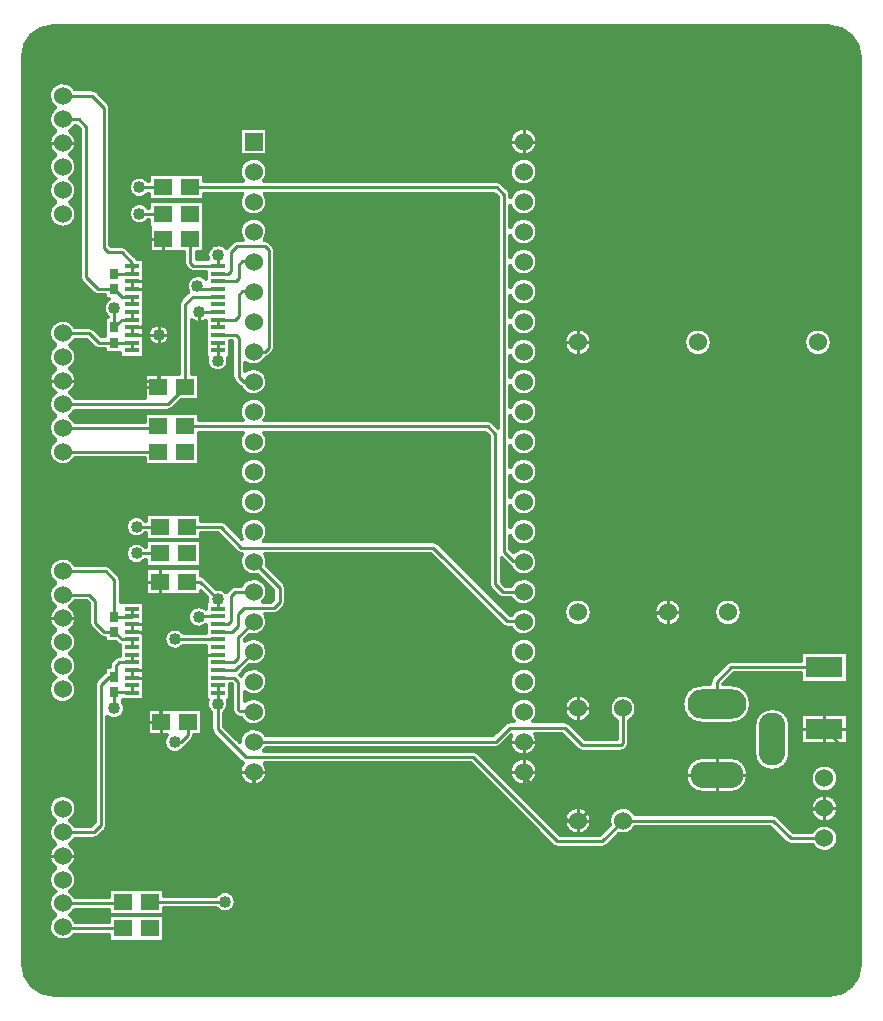
<source format=gbr>
G04 DesignSpark PCB Gerber Version 10.0 Build 5299*
G04 #@! TF.Part,Single*
G04 #@! TF.FileFunction,Copper,L1,Top*
G04 #@! TF.FilePolarity,Positive*
%FSLAX35Y35*%
%MOIN*%
G04 #@! TA.AperFunction,ComponentPad*
%ADD76O,0.08858X0.17717*%
G04 #@! TA.AperFunction,SMDPad,CuDef*
%ADD77R,0.02800X0.03500*%
G04 #@! TA.AperFunction,ComponentPad*
%ADD73R,0.06024X0.06024*%
G04 #@! TD.AperFunction*
%ADD10C,0.01000*%
%ADD27C,0.01200*%
G04 #@! TA.AperFunction,ViaPad*
%ADD28C,0.04000*%
G04 #@! TA.AperFunction,ComponentPad*
%ADD14C,0.06000*%
%ADD72C,0.06024*%
%ADD75O,0.17717X0.08858*%
%ADD74O,0.19685X0.09843*%
G04 #@! TA.AperFunction,SMDPad,CuDef*
%ADD29R,0.04921X0.01575*%
%ADD78R,0.06000X0.05500*%
%ADD79R,0.12402X0.07008*%
G04 #@! TD.AperFunction*
X0Y0D02*
D02*
D10*
X32096Y163494D02*
X37509D01*
X32096D02*
X30620Y164970D01*
Y240265D01*
X33080Y242726D01*
X37509D01*
X35009Y84261D02*
X32909D01*
X35009Y163494D02*
X32909D01*
X35009Y242726D02*
X32909D01*
X35009Y321958D02*
X32909D01*
X37509Y68513D02*
X57124D01*
X57616Y69006D01*
X37509Y84261D02*
X84261D01*
X100994Y100994D01*
Y112273D01*
X101131Y112411D01*
X37509Y84261D02*
X32588D01*
X30620Y86230D01*
Y162017D01*
X32096Y163494D01*
X37509Y171368D02*
X46368D01*
X48336Y169399D01*
Y162017D01*
X51289Y159065D01*
X54644D01*
X54734Y158975D01*
X37509Y226978D02*
X68935D01*
X69427Y227470D01*
X37509Y234852D02*
X72521D01*
X78427Y240757D01*
X37509Y242726D02*
X67458D01*
X69427Y240757D01*
X37509Y321958D02*
X33572D01*
X30620Y319006D01*
Y245679D01*
X33572Y242726D01*
X37509D01*
Y329832D02*
X42923D01*
X45383Y327372D01*
Y277175D01*
X49320Y273238D01*
X54528D01*
X54635Y273345D01*
X37509Y337706D02*
X47352D01*
X51289Y333769D01*
Y290462D01*
X40009Y84261D02*
X42109D01*
X40009Y163494D02*
X42109D01*
X40009Y242726D02*
X42109D01*
X40009Y321958D02*
X42109D01*
X54586Y255383D02*
X49459D01*
X46368Y258474D01*
X37509D01*
X54586Y255383D02*
X60619D01*
X60639Y255403D01*
X54586Y260483D02*
Y266693D01*
X54734Y266840D01*
X54635Y278445D02*
X60629D01*
X60639Y278435D01*
X54734Y138798D02*
Y133474D01*
Y138798D02*
X60433D01*
X60639Y138592D01*
X54734Y143898D02*
X52855D01*
X50305Y141348D01*
Y94596D01*
X47844Y92135D01*
X37509D01*
X54734Y164075D02*
Y176289D01*
X51781Y179242D01*
X37509D01*
X54734Y164075D02*
X60532D01*
X60639Y164183D01*
X57616Y60147D02*
X38002D01*
X37509Y60639D01*
X60639Y141151D02*
Y138592D01*
Y143710D02*
X68120D01*
X69990Y141840D01*
Y129466D01*
X70411Y129045D01*
X60639Y143710D02*
Y146269D01*
X79832D01*
X84754Y151191D01*
X88986D01*
X89183Y151387D01*
X60639Y148828D02*
X56309D01*
X55226Y147746D01*
Y144390D01*
X54734Y143898D01*
X60639Y151387D02*
Y148828D01*
Y153946D02*
Y156506D01*
X57204D01*
X54734Y158975D01*
X60639Y159065D02*
X63592D01*
X65069Y157588D01*
Y147254D01*
X64084Y146269D01*
X60639D01*
Y161624D02*
X67628D01*
X69990Y163986D01*
Y175376D01*
X69919Y175446D01*
Y175797D01*
X60639Y161624D02*
Y159065D01*
Y164183D02*
Y166742D01*
Y255403D02*
Y252844D01*
Y257962D02*
X69478D01*
X69498Y257982D01*
X60639Y260521D02*
Y257962D01*
Y263080D02*
X57184D01*
X54586Y260483D01*
X60639Y265639D02*
Y263080D01*
Y270757D02*
X57223D01*
X54635Y273345D01*
X60639Y270757D02*
Y268198D01*
Y273317D02*
Y275876D01*
Y273317D02*
X64133D01*
X64934Y272516D01*
Y261894D01*
X63685Y260644D01*
X60763D01*
X60639Y260521D01*
Y280994D02*
Y282096D01*
X57194Y285541D01*
X52765D01*
X51289Y287017D01*
Y290462D01*
X60639Y280994D02*
Y278435D01*
X61131Y280620D02*
Y280994D01*
X60639D01*
X62600Y143710D02*
X64698D01*
X62600Y146269D02*
X64698D01*
X62600Y159065D02*
X64698D01*
X62600Y161624D02*
X64698D01*
X62600Y257962D02*
X64698D01*
X62600Y260521D02*
X64698D01*
X62600Y273317D02*
X64698D01*
X62600Y275876D02*
X64698D01*
X63100Y298336D02*
X70903D01*
X63100Y307194D02*
X70903D01*
X66616Y69006D02*
X91643D01*
X66927Y240757D02*
X64828D01*
X67419Y175797D02*
X65320D01*
X67911Y129045D02*
X65813D01*
X67998Y257982D02*
X65898D01*
X68584Y289970D02*
X66486D01*
X69427Y219104D02*
X37509D01*
X69427Y243007D02*
Y245108D01*
Y257419D02*
Y257911D01*
X69498Y257982D01*
Y256482D02*
Y254382D01*
Y257982D02*
Y240828D01*
X69427Y240757D01*
X69498Y259482D02*
Y261582D01*
X69919Y173547D02*
Y171446D01*
Y175797D02*
Y174462D01*
X69990Y174391D01*
X69919Y178047D02*
Y180147D01*
Y185147D02*
X62116D01*
X69919Y194006D02*
X62116D01*
X69970Y257962D02*
X69517D01*
X69498Y257982D01*
X70411Y126795D02*
Y124694D01*
Y129045D02*
Y118781D01*
X73435Y115757D01*
X91151D01*
X94596Y112313D01*
X101033D01*
X101131Y112411D01*
X70411Y131295D02*
Y133395D01*
X70998Y257982D02*
X73098D01*
X71084Y287720D02*
Y285620D01*
Y289970D02*
Y276849D01*
X70172Y275937D01*
X60907D01*
X60846Y275876D01*
X60639D01*
X74911Y122155D02*
X76880D01*
X79340Y124616D01*
Y128974D01*
X79411Y129045D01*
X78427Y227470D02*
X179242D01*
X181702Y225009D01*
Y174813D01*
X184163Y172352D01*
X191072D01*
X191131Y172411D01*
X78427Y240757D02*
Y268329D01*
X80855Y270757D01*
X89183D01*
X78919Y175797D02*
X83277D01*
X89183Y169891D01*
X78919Y194006D02*
X90167D01*
X97057Y187116D01*
X161033D01*
X185639Y162509D01*
X191033D01*
X191131Y162411D01*
X79340Y128974D02*
X79411Y129045D01*
X79903Y307194D02*
X182194D01*
X184655Y304734D01*
Y185639D01*
X187608Y182687D01*
X190856D01*
X191131Y182411D01*
X82982Y264061D02*
Y261961D01*
X87222Y151387D02*
X85124D01*
X88933Y281263D02*
Y281243D01*
X89183Y280994D01*
X89027Y273141D02*
Y273161D01*
X89183Y273317D01*
Y134950D02*
Y138592D01*
Y141151D02*
Y138592D01*
Y143710D02*
X94694D01*
X96072Y142332D01*
Y132982D01*
X96565Y132490D01*
X100718D01*
X100797Y132411D01*
X101131D01*
X89183Y146269D02*
X95088D01*
X96072Y147254D01*
Y147352D01*
X101131Y152411D01*
X89183Y148828D02*
X94694D01*
X96072Y150206D01*
Y157352D01*
X101131Y162411D01*
X89183Y156506D02*
X75009D01*
X74911Y156604D01*
X89183Y159065D02*
X94104D01*
X96072Y161033D01*
Y164970D01*
X98041Y166939D01*
X107883D01*
X109852Y168907D01*
Y173691D01*
X101131Y182411D01*
X89183Y164183D02*
X82982D01*
X82785Y163986D01*
X89183Y169891D02*
Y166742D01*
Y252844D02*
Y249398D01*
Y255403D02*
Y252844D01*
Y257962D02*
X95115D01*
X96174Y256902D01*
Y244091D01*
X97854Y242411D01*
X101131D01*
X89183Y263080D02*
Y260521D01*
Y263080D02*
X94861D01*
X96174Y264393D01*
Y271266D01*
X97424Y272516D01*
X101027D01*
X101131Y272411D01*
X89183Y265639D02*
X83061D01*
X82982Y265561D01*
X89183Y273317D02*
X83502D01*
X82429Y274390D01*
X89183Y275876D02*
X95161D01*
X96174Y276889D01*
Y281263D01*
X97424Y282513D01*
X100608D01*
X100710Y282411D01*
X101131D01*
X89183Y278435D02*
X92721D01*
X93675Y279389D01*
Y285637D01*
X95550Y287511D01*
X104922D01*
X106171Y286261D01*
Y253772D01*
X104811Y252411D01*
X101131D01*
X89183Y280994D02*
X89139Y281038D01*
X81058D01*
X80056Y282040D01*
X80084Y282069D01*
Y289970D01*
X89302Y284655D02*
Y281113D01*
X89183Y280994D01*
X98620Y112411D02*
X96520D01*
X99840Y122718D02*
X100147Y122411D01*
X101131D01*
X100246Y112313D02*
X100344Y112411D01*
X101131D01*
Y109899D02*
Y107799D01*
Y122411D02*
X181958D01*
X186624Y127076D01*
X204832D01*
X210738Y121171D01*
X223533D01*
X224261Y121899D01*
Y133474D01*
X101131Y122411D02*
Y122647D01*
Y172411D02*
Y172352D01*
X95088D01*
X93612Y170876D01*
Y162509D01*
X92628Y161525D01*
X89281D01*
X89183Y161624D01*
X103643Y112411D02*
X105743D01*
X188620D02*
X186520D01*
X188620Y122411D02*
X186520D01*
X188620Y322411D02*
X186520D01*
X191131Y109899D02*
Y107799D01*
Y112411D02*
Y110757D01*
X205817Y96072D01*
X209261D01*
X191131Y114923D02*
Y117023D01*
Y119899D02*
Y117799D01*
Y319899D02*
Y317799D01*
Y322411D02*
X203887D01*
X209261Y317037D01*
Y255521D01*
X191131Y324923D02*
Y327023D01*
X191624Y321919D02*
X191131Y322411D01*
X193643Y112411D02*
X195743D01*
X193643Y122411D02*
X195743D01*
X193643Y322411D02*
X195743D01*
X206761Y96072D02*
X204661D01*
X206761Y133474D02*
X204661D01*
X206761Y255521D02*
X204661D01*
X209261Y93572D02*
Y91472D01*
Y96072D02*
X224517Y111328D01*
X255521D01*
X209261Y98572D02*
Y100672D01*
Y130974D02*
Y128874D01*
Y133474D02*
Y144793D01*
X229931Y165462D01*
X239202D01*
X239261Y165521D01*
X209261Y135974D02*
Y138074D01*
Y253021D02*
Y250921D01*
Y255521D02*
X232883D01*
X239281Y249124D01*
Y168454D01*
X239261Y168435D01*
Y165521D01*
X209261Y258021D02*
Y260121D01*
X211761Y96072D02*
X213861D01*
X211761Y133474D02*
X213861D01*
X211761Y255521D02*
X213861D01*
X224261Y96072D02*
X217372Y89183D01*
X202372D01*
X174320Y117234D01*
X98533D01*
X89183Y126584D01*
Y134950D01*
X224261Y96072D02*
X274222D01*
X280128Y90167D01*
X291446D01*
X236761Y165521D02*
X234661D01*
X239261Y163021D02*
Y160921D01*
Y168021D02*
Y170121D01*
X241761Y165521D02*
X243861D01*
X247163Y111328D02*
X245065D01*
X255521Y107399D02*
Y105301D01*
Y111328D02*
X271761D01*
X283080Y100009D01*
X291112D01*
X291269Y100167D01*
X291446D01*
X255521Y115257D02*
Y117356D01*
Y134950D02*
Y142332D01*
X260443Y147254D01*
X290423D01*
X290462Y147214D01*
X291446D01*
X263880Y111328D02*
X265978D01*
X285746Y126624D02*
X283647D01*
X288946Y100167D02*
X286846D01*
X291446Y97667D02*
Y95567D01*
Y100167D02*
X295541D01*
X296860Y101486D01*
Y121210D01*
X291446Y126624D01*
Y102667D02*
Y104767D01*
Y123620D02*
Y121521D01*
Y129628D02*
Y131726D01*
X293946Y100167D02*
X296046D01*
X297147Y126624D02*
X299246D01*
D02*
D14*
X37509Y60639D03*
Y68513D03*
Y76387D03*
Y84261D03*
Y92135D03*
Y100009D03*
Y139872D03*
Y147746D03*
Y155620D03*
Y163494D03*
Y171368D03*
Y179242D03*
Y219104D03*
Y226978D03*
Y234852D03*
Y242726D03*
Y250600D03*
Y258474D03*
Y298336D03*
Y306210D03*
Y314084D03*
Y321958D03*
Y329832D03*
Y337706D03*
X209261Y96072D03*
Y133474D03*
Y165521D03*
Y255521D03*
X224261Y96072D03*
Y133474D03*
X239261Y165521D03*
X249261Y255521D03*
X259261Y165521D03*
X289261Y255521D03*
X291446Y90167D03*
Y100167D03*
Y110167D03*
D02*
D27*
X303257Y47844D02*
Y350502D01*
G75*
G03*
X292923Y360836I-10335J0D01*
G01*
X34065D01*
G75*
G03*
X24222Y350994I0J-9843D01*
G01*
Y48336D01*
G75*
G03*
X34557Y38002I10335J0D01*
G01*
X293415D01*
G75*
G03*
X303257Y47844I0J9843D01*
G01*
X186755Y303866D02*
G75*
G02*
X195743Y302411I4376J-1455D01*
G01*
G75*
G02*
X186755Y300956I-4612J0D01*
G01*
Y293866D01*
G75*
G02*
X195743Y292411I4376J-1455D01*
G01*
G75*
G02*
X186755Y290956I-4612J0D01*
G01*
Y283866D01*
G75*
G02*
X195743Y282411I4376J-1455D01*
G01*
G75*
G02*
X186755Y280956I-4612J0D01*
G01*
Y273866D01*
G75*
G02*
X195743Y272411I4376J-1455D01*
G01*
G75*
G02*
X186755Y270956I-4612J0D01*
G01*
Y263866D01*
G75*
G02*
X195743Y262411I4376J-1455D01*
G01*
G75*
G02*
X186755Y260956I-4612J0D01*
G01*
Y253866D01*
G75*
G02*
X195743Y252411I4376J-1455D01*
G01*
G75*
G02*
X186755Y250956I-4612J0D01*
G01*
Y243866D01*
G75*
G02*
X195743Y242411I4376J-1455D01*
G01*
G75*
G02*
X186755Y240956I-4612J0D01*
G01*
Y233866D01*
G75*
G02*
X195743Y232411I4376J-1455D01*
G01*
G75*
G02*
X186755Y230956I-4612J0D01*
G01*
Y223866D01*
G75*
G02*
X195743Y222411I4376J-1455D01*
G01*
G75*
G02*
X186755Y220956I-4612J0D01*
G01*
Y213866D01*
G75*
G02*
X195743Y212411I4376J-1455D01*
G01*
G75*
G02*
X186755Y210956I-4612J0D01*
G01*
Y203866D01*
G75*
G02*
X195743Y202411I4376J-1455D01*
G01*
G75*
G02*
X186755Y200956I-4612J0D01*
G01*
Y193866D01*
G75*
G02*
X195743Y192411I4376J-1455D01*
G01*
G75*
G02*
X186755Y190956I-4612J0D01*
G01*
Y186509D01*
X187734Y185530D01*
G75*
G02*
X195743Y182411I3397J-3119D01*
G01*
G75*
G02*
X186835Y180734I-4612J0D01*
G01*
G75*
G02*
X186123Y181202I772J1953D01*
G01*
X183802Y183522D01*
Y175682D01*
X185033Y174452D01*
X186996D01*
G75*
G02*
X195743Y172411I4135J-2041D01*
G01*
G75*
G02*
X187056Y170252I-4612J0D01*
G01*
X184165D01*
G75*
G02*
X182678Y170867I-3J2100D01*
G01*
X180217Y173328D01*
G75*
G02*
X179602Y174813I1485J1485D01*
G01*
Y224140D01*
X178372Y225370D01*
X104669D01*
G75*
G02*
X105743Y222411I-3537J-2959D01*
G01*
G75*
G02*
X96520I-4612J0D01*
G01*
G75*
G02*
X97594Y225370I4612J0D01*
G01*
X83025D01*
Y214754D01*
X64828D01*
Y217004D01*
X41602D01*
G75*
G02*
X32909Y219104I-4093J2100D01*
G01*
G75*
G02*
X35130Y223041I4600J0D01*
G01*
G75*
G02*
Y230915I2379J3937D01*
G01*
G75*
G02*
Y238789I2379J3937D01*
G01*
G75*
G02*
Y246663I2379J3937D01*
G01*
G75*
G02*
Y254537I2379J3937D01*
G01*
G75*
G02*
X32909Y258474I2379J3937D01*
G01*
G75*
G02*
X41602Y260574I4600J0D01*
G01*
X46365D01*
G75*
G02*
X47853Y259959I3J-2100D01*
G01*
X50329Y257483D01*
X51586D01*
Y263832D01*
X52486D01*
Y264028D01*
G75*
G02*
X52997Y269994I2248J2812D01*
G01*
X51635D01*
Y271138D01*
X49323D01*
G75*
G02*
X47835Y271753I-3J2100D01*
G01*
X43898Y275690D01*
G75*
G02*
X43283Y277175I1485J1485D01*
G01*
Y326502D01*
X42053Y327732D01*
X41602D01*
G75*
G02*
X39889Y325895I-4093J2100D01*
G01*
G75*
G02*
Y318021I-2379J-3937D01*
G01*
G75*
G02*
Y310147I-2379J-3937D01*
G01*
G75*
G02*
Y302273I-2379J-3937D01*
G01*
G75*
G02*
X42109Y298336I-2379J-3937D01*
G01*
G75*
G02*
X32909I-4600J0D01*
G01*
G75*
G02*
X35130Y302273I4600J0D01*
G01*
G75*
G02*
Y310147I2379J3937D01*
G01*
G75*
G02*
Y318021I2379J3937D01*
G01*
G75*
G02*
Y325895I2379J3937D01*
G01*
G75*
G02*
Y333769I2379J3937D01*
G01*
G75*
G02*
X32909Y337706I2379J3937D01*
G01*
G75*
G02*
X41602Y339806I4600J0D01*
G01*
X47350D01*
G75*
G02*
X48837Y339191I3J-2100D01*
G01*
X52774Y335254D01*
G75*
G02*
X53389Y333769I-1485J-1485D01*
G01*
Y287887D01*
X53635Y287641D01*
X57192D01*
G75*
G02*
X58680Y287026I3J-2100D01*
G01*
X62124Y283581D01*
G75*
G02*
X62302Y283380I-1486J-1485D01*
G01*
X64698D01*
Y250458D01*
X56580D01*
Y252033D01*
X51586D01*
Y253283D01*
X49461D01*
G75*
G02*
X47974Y253898I-3J2100D01*
G01*
X45498Y256374D01*
X41602D01*
G75*
G02*
X39889Y254537I-4093J2100D01*
G01*
G75*
G02*
Y246663I-2379J-3937D01*
G01*
G75*
G02*
Y238789I-2379J-3937D01*
G01*
G75*
G02*
X41602Y236952I-2379J-3937D01*
G01*
X64828D01*
Y245108D01*
X76327D01*
Y268329D01*
G75*
G02*
X76942Y269814I2100J0D01*
G01*
X79370Y272243D01*
G75*
G02*
X79472Y272337I1487J-1490D01*
G01*
G75*
G02*
X85124Y276777I2957J2053D01*
G01*
Y278938D01*
X81061D01*
G75*
G02*
X79573Y279553I-3J2100D01*
G01*
X78583Y280543D01*
G75*
G02*
X77956Y282040I1473J1496D01*
G01*
G75*
G02*
X77984Y282385I2102J0D01*
G01*
Y285620D01*
X66486D01*
Y293986D01*
X66305D01*
Y296236D01*
X66024D01*
G75*
G02*
X59500Y298336I-2924J2100D01*
G01*
G75*
G02*
X66024Y300436I3600J0D01*
G01*
X66305D01*
Y302687D01*
X84502D01*
Y294320D01*
X84683D01*
Y285620D01*
X82184D01*
Y283138D01*
X85124D01*
Y283380D01*
X85935D01*
G75*
G02*
X92056Y286974I3367J1276D01*
G01*
G75*
G02*
X92190Y287122I1620J-1338D01*
G01*
X94065Y288996D01*
G75*
G02*
X95552Y289611I1485J-1485D01*
G01*
X97467D01*
G75*
G02*
X96520Y292411I3665J2800D01*
G01*
G75*
G02*
X105743I4612J0D01*
G01*
G75*
G02*
X104796Y289611I-4612J0D01*
G01*
X104919D01*
G75*
G02*
X106407Y288996I3J-2100D01*
G01*
X107656Y287746D01*
G75*
G02*
X108271Y286261I-1485J-1485D01*
G01*
Y253772D01*
G75*
G02*
X107656Y252287I-2100J0D01*
G01*
X106296Y250926D01*
G75*
G02*
X105262Y250360I-1485J1485D01*
G01*
G75*
G02*
X98274Y248791I-4131J2051D01*
G01*
Y246031D01*
G75*
G02*
X105743Y242411I2857J-3620D01*
G01*
G75*
G02*
X96921Y240530I-4612J0D01*
G01*
G75*
G02*
X96366Y240929I934J1881D01*
G01*
X94693Y242603D01*
G75*
G02*
X94074Y244091I1482J1488D01*
G01*
Y255862D01*
X93242D01*
Y250458D01*
X92623D01*
G75*
G02*
X92783Y249398I-3440J-1061D01*
G01*
G75*
G02*
X85583I-3600J0D01*
G01*
G75*
G02*
X85743Y250458I3600J-1D01*
G01*
X85124D01*
Y262667D01*
G75*
G02*
X80527Y262928I-2142J2894D01*
G01*
Y245108D01*
X83025D01*
Y236407D01*
X77046D01*
X74006Y233367D01*
G75*
G02*
X72519Y232752I-1485J1485D01*
G01*
X41602D01*
G75*
G02*
X39889Y230915I-4093J2100D01*
G01*
G75*
G02*
X41602Y229078I-2379J-3937D01*
G01*
X64828D01*
Y231820D01*
X83025D01*
Y229570D01*
X97498D01*
G75*
G02*
X96520Y232411I3633J2841D01*
G01*
G75*
G02*
X105743I4612J0D01*
G01*
G75*
G02*
X104765Y229570I-4612J0D01*
G01*
X179239D01*
G75*
G02*
X180727Y228955I3J-2100D01*
G01*
X182555Y227126D01*
Y303864D01*
X181325Y305094D01*
X104882D01*
G75*
G02*
X105743Y302411I-3751J-2683D01*
G01*
G75*
G02*
X96520I-4612J0D01*
G01*
G75*
G02*
X97381Y305094I4612J0D01*
G01*
X84502D01*
Y302844D01*
X66305D01*
Y305094D01*
X66024D01*
G75*
G02*
X59500Y307194I-2924J2100D01*
G01*
G75*
G02*
X66024Y309294I3600J0D01*
G01*
X66305D01*
Y311545D01*
X84502D01*
Y309294D01*
X97732D01*
G75*
G02*
X96520Y312411I3400J3116D01*
G01*
G75*
G02*
X105743I4612J0D01*
G01*
G75*
G02*
X104531Y309294I-4612J0D01*
G01*
X182192D01*
G75*
G02*
X183680Y308680I3J-2100D01*
G01*
X186140Y306219D01*
G75*
G02*
X186755Y304734I-1485J-1485D01*
G01*
Y303866D01*
X287354Y92267D02*
G75*
G02*
X296046Y90167I4093J-2100D01*
G01*
G75*
G02*
X287354Y88067I-4600J0D01*
G01*
X280130D01*
G75*
G02*
X278643Y88682I-3J2100D01*
G01*
X273352Y93972D01*
X228354D01*
G75*
G02*
X222852Y91694I-4093J2100D01*
G01*
X218857Y87698D01*
G75*
G02*
X217369Y87083I-1485J1485D01*
G01*
X202374D01*
G75*
G02*
X200887Y87698I-3J2100D01*
G01*
X173451Y115134D01*
X104854D01*
G75*
G02*
X105743Y112411I-3722J-2723D01*
G01*
G75*
G02*
X96520I-4612J0D01*
G01*
G75*
G02*
X97585Y115360I4612J0D01*
G01*
G75*
G02*
X97048Y115749I947J1874D01*
G01*
X87698Y125099D01*
G75*
G02*
X87083Y126584I1485J1485D01*
G01*
Y132026D01*
G75*
G02*
X85809Y136206I2100J2924D01*
G01*
X85124D01*
Y154406D01*
X77762D01*
G75*
G02*
X71311Y156604I-2851J2198D01*
G01*
G75*
G02*
X77903Y158606I3600J0D01*
G01*
X85124D01*
Y161249D01*
G75*
G02*
X79185Y163986I-2339J2737D01*
G01*
G75*
G02*
X85124Y166723I3600J0D01*
G01*
Y169128D01*
X85665D01*
G75*
G02*
X85630Y170474I3518J763D01*
G01*
X83517Y172587D01*
Y171446D01*
X65320D01*
Y180147D01*
X83517D01*
Y177883D01*
G75*
G02*
X84762Y177282I-240J-2086D01*
G01*
X88600Y173444D01*
G75*
G02*
X91964Y172177I583J-3552D01*
G01*
G75*
G02*
X92127Y172361I1649J-1301D01*
G01*
X93603Y173837D01*
G75*
G02*
X95091Y174452I1485J-1485D01*
G01*
X96996D01*
G75*
G02*
X105743Y172411I4135J-2041D01*
G01*
G75*
G02*
X104277Y169039I-4612J0D01*
G01*
X107014D01*
X107752Y169777D01*
Y172821D01*
X102550Y178023D01*
G75*
G02*
X97326Y185016I-1419J4388D01*
G01*
X97059D01*
G75*
G02*
X95572Y185631I-3J2100D01*
G01*
X89297Y191906D01*
X83517D01*
Y189655D01*
X65320D01*
Y191906D01*
X65040D01*
G75*
G02*
X58516Y194006I-2924J2100D01*
G01*
G75*
G02*
X65040Y196106I3600J0D01*
G01*
X65320D01*
Y198356D01*
X83517D01*
Y196106D01*
X90165D01*
G75*
G02*
X91652Y195491I3J-2100D01*
G01*
X97304Y189838D01*
G75*
G02*
X96520Y192411I3828J2573D01*
G01*
G75*
G02*
X105743I4612J0D01*
G01*
G75*
G02*
X104457Y189216I-4612J0D01*
G01*
X161031D01*
G75*
G02*
X162518Y188601I3J-2100D01*
G01*
X186509Y164609D01*
X187078D01*
G75*
G02*
X195743Y162411I4054J-2198D01*
G01*
G75*
G02*
X186977Y160409I-4612J0D01*
G01*
X185642D01*
G75*
G02*
X184154Y161024I-3J2100D01*
G01*
X160163Y185016D01*
X104937D01*
G75*
G02*
X105520Y180993I-3806J-2605D01*
G01*
X111337Y175176D01*
G75*
G02*
X111952Y173691I-1485J-1485D01*
G01*
Y168907D01*
G75*
G02*
X111337Y167422I-2100J0D01*
G01*
X109369Y165454D01*
G75*
G02*
X107881Y164839I-1485J1485D01*
G01*
X105053D01*
G75*
G02*
X99713Y158023I-3921J-2428D01*
G01*
X98172Y156482D01*
Y155948D01*
G75*
G02*
X105743Y152411I2959J-3537D01*
G01*
G75*
G02*
X99713Y148023I-4612J0D01*
G01*
X97887Y146197D01*
G75*
G02*
X97557Y145769I-1815J1057D01*
G01*
X96581Y144793D01*
X96972Y144403D01*
G75*
G02*
X105743Y142411I4159J-1992D01*
G01*
G75*
G02*
X98172Y138874I-4612J0D01*
G01*
Y135948D01*
G75*
G02*
X105743Y132411I2959J-3537D01*
G01*
G75*
G02*
X96986Y130390I-4612J0D01*
G01*
X96565D01*
G75*
G02*
X95077Y131008I0J2100D01*
G01*
X94591Y131494D01*
G75*
G02*
X93972Y132982I1482J1488D01*
G01*
Y141463D01*
X93825Y141610D01*
X93242D01*
Y136206D01*
X92557D01*
G75*
G02*
X91283Y132026I-3374J-1256D01*
G01*
Y127454D01*
X96524Y122213D01*
G75*
G02*
X96520Y122411I4604J200D01*
G01*
G75*
G02*
X105237Y124511I4612J0D01*
G01*
X181089D01*
X185139Y128561D01*
G75*
G02*
X186626Y129176I1485J-1485D01*
G01*
X187844D01*
G75*
G02*
X186520Y132411I3287J3234D01*
G01*
G75*
G02*
X195743I4612J0D01*
G01*
G75*
G02*
X194419Y129176I-4612J0D01*
G01*
X204830D01*
G75*
G02*
X206317Y128561I3J-2100D01*
G01*
X211607Y123271D01*
X222161D01*
Y129381D01*
G75*
G02*
X224261Y138074I2100J4093D01*
G01*
G75*
G02*
X226361Y129381I0J-4600D01*
G01*
Y121899D01*
G75*
G02*
X225743Y120411I-2100J0D01*
G01*
X225021Y119689D01*
G75*
G02*
X223533Y119071I-1488J1482D01*
G01*
X210740D01*
G75*
G02*
X209253Y119686I-3J2100D01*
G01*
X203963Y124976D01*
X194964D01*
G75*
G02*
X195743Y122411I-3832J-2566D01*
G01*
G75*
G02*
X186520I-4612J0D01*
G01*
G75*
G02*
X187023Y124506I4612J0D01*
G01*
X183443Y120926D01*
G75*
G02*
X181956Y120311I-1485J1485D01*
G01*
X105237D01*
G75*
G02*
X104567Y119334I-4106J2100D01*
G01*
X174318D01*
G75*
G02*
X175806Y118719I3J-2100D01*
G01*
X203241Y91283D01*
X216502D01*
X219883Y94663D01*
G75*
G02*
X228354Y98172I4379J1409D01*
G01*
X274220D01*
G75*
G02*
X275707Y97557I3J-2100D01*
G01*
X280997Y92267D01*
X287354D01*
X186520Y142411D02*
G75*
G02*
X195743I4612J0D01*
G01*
G75*
G02*
X186520I-4612J0D01*
G01*
Y152411D02*
G75*
G02*
X195743I4612J0D01*
G01*
G75*
G02*
X186520I-4612J0D01*
G01*
X209261Y100672D02*
G75*
G02*
X213861Y96072I0J-4600D01*
G01*
G75*
G02*
X209261Y91472I-4600J0D01*
G01*
G75*
G02*
X204661Y96072I0J4600D01*
G01*
G75*
G02*
X209261Y100672I4600J0D01*
G01*
X186520Y112411D02*
G75*
G02*
X195743I4612J0D01*
G01*
G75*
G02*
X186520I-4612J0D01*
G01*
X65813Y133395D02*
X84009D01*
Y124694D01*
X81440D01*
Y124616D01*
G75*
G02*
X80825Y123131I-2100J0D01*
G01*
X78365Y120670D01*
G75*
G02*
X78067Y120423I-1483J1486D01*
G01*
G75*
G02*
X71311Y122155I-3156J1732D01*
G01*
G75*
G02*
X72359Y124694I3600J0D01*
G01*
X65813D01*
Y133395D01*
X96520Y202411D02*
G75*
G02*
X105743I4612J0D01*
G01*
G75*
G02*
X96520I-4612J0D01*
G01*
Y212411D02*
G75*
G02*
X105743I4612J0D01*
G01*
G75*
G02*
X96520I-4612J0D01*
G01*
X65320Y189498D02*
X83517D01*
Y180797D01*
X65320D01*
Y183047D01*
X65040D01*
G75*
G02*
X58516Y185147I-2924J2100D01*
G01*
G75*
G02*
X65040Y187247I3600J0D01*
G01*
X65320D01*
Y189498D01*
X65898Y257982D02*
G75*
G02*
X73098I3600J0D01*
G01*
G75*
G02*
X65898I-3600J0D01*
G01*
X96521Y327021D02*
X105742D01*
Y317801D01*
X96521D01*
Y327021D01*
X186520Y312411D02*
G75*
G02*
X195743I4612J0D01*
G01*
G75*
G02*
X186520I-4612J0D01*
G01*
Y322411D02*
G75*
G02*
X195743I4612J0D01*
G01*
G75*
G02*
X186520I-4612J0D01*
G01*
X209261Y138074D02*
G75*
G02*
X213861Y133474I0J-4600D01*
G01*
G75*
G02*
X209261Y128874I-4600J0D01*
G01*
G75*
G02*
X204661Y133474I0J4600D01*
G01*
G75*
G02*
X209261Y138074I4600J0D01*
G01*
X204661Y165521D02*
G75*
G02*
X213861I4600J0D01*
G01*
G75*
G02*
X204661I-4600J0D01*
G01*
Y255521D02*
G75*
G02*
X213861I4600J0D01*
G01*
G75*
G02*
X204661I-4600J0D01*
G01*
X234661Y165521D02*
G75*
G02*
X243861I4600J0D01*
G01*
G75*
G02*
X234661I-4600J0D01*
G01*
X283647Y152317D02*
X299246D01*
Y142112D01*
X283647D01*
Y145154D01*
X261312D01*
X257629Y141470D01*
X260443D01*
G75*
G02*
Y128431I0J-6520D01*
G01*
X250600D01*
G75*
G02*
Y141470I0J6520D01*
G01*
X253421D01*
Y142332D01*
G75*
G02*
X254036Y143817I2100J0D01*
G01*
X258957Y148739D01*
G75*
G02*
X260445Y149354I1485J-1485D01*
G01*
X283647D01*
Y152317D01*
X267998Y127569D02*
G75*
G02*
X280053I6028J0D01*
G01*
Y118710D01*
G75*
G02*
X267998I-6028J0D01*
G01*
Y127569D01*
X283647Y131726D02*
X299246D01*
Y121521D01*
X283647D01*
Y131726D01*
X286846Y100167D02*
G75*
G02*
X296046I4600J0D01*
G01*
G75*
G02*
X286846I-4600J0D01*
G01*
Y110167D02*
G75*
G02*
X296046I4600J0D01*
G01*
G75*
G02*
X286846I-4600J0D01*
G01*
X259950Y117356D02*
G75*
G02*
Y105301I0J-6028D01*
G01*
X251092D01*
G75*
G02*
Y117356I0J6028D01*
G01*
X259950D01*
X244661Y255521D02*
G75*
G02*
X253861I4600J0D01*
G01*
G75*
G02*
X244661I-4600J0D01*
G01*
X254661Y165521D02*
G75*
G02*
X263861I4600J0D01*
G01*
G75*
G02*
X254661I-4600J0D01*
G01*
X284661Y255521D02*
G75*
G02*
X293861I4600J0D01*
G01*
G75*
G02*
X284661I-4600J0D01*
G01*
X88719Y71106D02*
G75*
G02*
X95243Y69006I2924J-2100D01*
G01*
G75*
G02*
X88719Y66906I-3600J0D01*
G01*
X71214D01*
Y64655D01*
X53017D01*
Y66413D01*
X41602D01*
G75*
G02*
X39889Y64576I-4093J2100D01*
G01*
G75*
G02*
X41819Y62247I-2379J-3937D01*
G01*
X53017D01*
Y64498D01*
X71214D01*
Y55797D01*
X53017D01*
Y58047D01*
X41309D01*
G75*
G02*
X32909Y60639I-3800J2592D01*
G01*
G75*
G02*
X35130Y64576I4600J0D01*
G01*
G75*
G02*
Y72450I2379J3937D01*
G01*
G75*
G02*
Y80324I2379J3937D01*
G01*
G75*
G02*
Y88198I2379J3937D01*
G01*
G75*
G02*
Y96072I2379J3937D01*
G01*
G75*
G02*
X32909Y100009I2379J3937D01*
G01*
G75*
G02*
X42109I4600J0D01*
G01*
G75*
G02*
X39889Y96072I-4600J0D01*
G01*
G75*
G02*
X41602Y94235I-2379J-3937D01*
G01*
X46974D01*
X48205Y95466D01*
Y141348D01*
G75*
G02*
X48820Y142833I2100J0D01*
G01*
X51370Y145383D01*
G75*
G02*
X51734Y145674I1485J-1485D01*
G01*
Y147250D01*
X53126D01*
Y147746D01*
G75*
G02*
X53744Y149233I2100J0D01*
G01*
X54821Y150310D01*
G75*
G02*
X56309Y150928I1488J-1482D01*
G01*
X56580D01*
Y154500D01*
G75*
G02*
X55719Y155020I623J2006D01*
G01*
X55116Y155624D01*
X51734D01*
Y156965D01*
X51291D01*
G75*
G02*
X49804Y157580I-3J2100D01*
G01*
X46851Y160532D01*
G75*
G02*
X46236Y162017I1485J1485D01*
G01*
Y168530D01*
X45498Y169268D01*
X41602D01*
G75*
G02*
X39889Y167431I-4093J2100D01*
G01*
G75*
G02*
Y159557I-2379J-3937D01*
G01*
G75*
G02*
Y151683I-2379J-3937D01*
G01*
G75*
G02*
Y143809I-2379J-3937D01*
G01*
G75*
G02*
X42109Y139872I-2379J-3937D01*
G01*
G75*
G02*
X32909I-4600J0D01*
G01*
G75*
G02*
X35130Y143809I4600J0D01*
G01*
G75*
G02*
Y151683I2379J3937D01*
G01*
G75*
G02*
Y159557I2379J3937D01*
G01*
G75*
G02*
Y167431I2379J3937D01*
G01*
G75*
G02*
Y175305I2379J3937D01*
G01*
G75*
G02*
X32909Y179242I2379J3937D01*
G01*
G75*
G02*
X41602Y181342I4600J0D01*
G01*
X51779D01*
G75*
G02*
X53266Y180727I3J-2100D01*
G01*
X56219Y177774D01*
G75*
G02*
X56834Y176289I-1485J-1485D01*
G01*
Y169128D01*
X64698D01*
Y136206D01*
X57734D01*
Y135464D01*
G75*
G02*
X52405Y130729I-3000J-1990D01*
G01*
Y94596D01*
G75*
G02*
X51790Y93111I-2100J0D01*
G01*
X49329Y90650D01*
G75*
G02*
X47842Y90035I-1485J1485D01*
G01*
X41602D01*
G75*
G02*
X39889Y88198I-4093J2100D01*
G01*
G75*
G02*
Y80324I-2379J-3937D01*
G01*
G75*
G02*
Y72450I-2379J-3937D01*
G01*
G75*
G02*
X41602Y70613I-2379J-3937D01*
G01*
X53017D01*
Y73356D01*
X71214D01*
Y71106D01*
X88719D01*
X24822Y96072D02*
G36*
X24822Y96072D02*
Y44866D01*
G75*
G03*
X31087Y38602I9735J3470D01*
G01*
X296799D01*
G75*
G03*
X302657Y44460I-3384J9242D01*
G01*
Y96072D01*
X293543D01*
G75*
G02*
X289350I-2096J4094D01*
G01*
X277192D01*
X280997Y92267D01*
X287354D01*
G75*
G02*
X296046Y90167I4093J-2100D01*
G01*
G75*
G02*
X287354Y88067I-4600J0D01*
G01*
X280130D01*
G75*
G02*
X278643Y88682I-2J2101D01*
G01*
X273352Y93972D01*
X228354D01*
G75*
G02*
X222852Y91694I-4093J2100D01*
G01*
X218857Y87698D01*
G75*
G02*
X217369Y87083I-1485J1486D01*
G01*
X202374D01*
G75*
G02*
X200887Y87698I-2J2101D01*
G01*
X192512Y96072D01*
X52405D01*
Y94596D01*
G75*
G02*
X51790Y93111I-2102J0D01*
G01*
X49329Y90650D01*
G75*
G02*
X47842Y90035I-1485J1486D01*
G01*
X41602D01*
G75*
G02*
X39889Y88198I-4090J2097D01*
G01*
G75*
G02*
X42109Y84261I-2379J-3937D01*
G01*
G75*
G02*
X39889Y80324I-4600J0D01*
G01*
G75*
G02*
X42109Y76387I-2379J-3937D01*
G01*
G75*
G02*
X39889Y72450I-4600J0D01*
G01*
G75*
G02*
X41602Y70613I-2377J-3934D01*
G01*
X53017D01*
Y73356D01*
X71214D01*
Y71106D01*
X88719D01*
G75*
G02*
X95243Y69006I2924J-2100D01*
G01*
G75*
G02*
X88719Y66906I-3600J0D01*
G01*
X71214D01*
Y64655D01*
X53017D01*
Y66413D01*
X41602D01*
G75*
G02*
X39889Y64576I-4090J2097D01*
G01*
G75*
G02*
X41819Y62247I-2379J-3937D01*
G01*
X53017D01*
Y64498D01*
X71214D01*
Y55797D01*
X53017D01*
Y58047D01*
X41309D01*
G75*
G02*
X32909Y60639I-3800J2593D01*
G01*
G75*
G02*
Y60640I4101J0D01*
G01*
G75*
G02*
X35130Y64576I4599J0D01*
G01*
G75*
G02*
X32909Y68513I2379J3937D01*
G01*
G75*
G02*
X35130Y72450I4600J0D01*
G01*
G75*
G02*
X32909Y76387I2379J3937D01*
G01*
G75*
G02*
X35130Y80324I4600J0D01*
G01*
G75*
G02*
X32909Y84261I2379J3937D01*
G01*
G75*
G02*
X35130Y88198I4600J0D01*
G01*
G75*
G02*
X32909Y92135I2379J3937D01*
G01*
G75*
G02*
X35130Y96072I4600J0D01*
G01*
X24822D01*
G37*
X39889D02*
G36*
X39889Y96072D02*
G75*
G02*
X41602Y94235I-2377J-3934D01*
G01*
X46974D01*
X48205Y95466D01*
Y96072D01*
X39889D01*
G37*
X198452D02*
G36*
X198452Y96072D02*
X203241Y91283D01*
X216502D01*
X219883Y94663D01*
G75*
G02*
X219661Y96072I4379J1409D01*
G01*
X213861D01*
Y96072D01*
G75*
G02*
X209261Y91472I-4600J0D01*
G01*
G75*
G02*
X204661Y96072I0J4600D01*
G01*
Y96072D01*
X198452D01*
G37*
X24822Y100167D02*
G36*
X24822Y100167D02*
Y96072D01*
X35130D01*
G75*
G02*
X32909Y100009I2378J3936D01*
G01*
G75*
G02*
X32912Y100167I4602J-1D01*
G01*
X24822D01*
G37*
X42107D02*
G36*
X42107Y100167D02*
G75*
G02*
X42109Y100009I-4599J-159D01*
G01*
G75*
G02*
X39889Y96072I-4599J-1D01*
G01*
X48205D01*
Y100167D01*
X42107D01*
G37*
X52405D02*
G36*
X52405Y100167D02*
Y96072D01*
X192512D01*
X188417Y100167D01*
X52405D01*
G37*
X194357D02*
G36*
X194357Y100167D02*
X198452Y96072D01*
X204661D01*
Y96073D01*
G75*
G02*
X207165Y100167I4600J0D01*
G01*
X194357D01*
G37*
X213861Y96073D02*
G36*
X213861Y96073D02*
Y96072D01*
X219661D01*
G75*
G02*
X222165Y100167I4600J0D01*
G01*
X211358D01*
G75*
G02*
X213861Y96073I-2096J-4094D01*
G01*
G37*
X226357Y100167D02*
G36*
X226357Y100167D02*
G75*
G02*
X228354Y98172I-2096J-4094D01*
G01*
X274220D01*
G75*
G02*
X275707Y97557I2J-2101D01*
G01*
X277192Y96072D01*
X289350D01*
G75*
G02*
X286846Y100167I2096J4094D01*
G01*
X226357D01*
G37*
X296046D02*
G36*
X296046Y100167D02*
G75*
G02*
X293543Y96072I-4600J0D01*
G01*
X302657D01*
Y100167D01*
X296046D01*
G37*
X24822Y112411D02*
G36*
X24822Y112411D02*
Y100167D01*
X32912D01*
G75*
G02*
X42107I4597J-157D01*
G01*
X48205D01*
Y112411D01*
X24822D01*
G37*
X52405D02*
G36*
X52405Y112411D02*
Y100167D01*
X188417D01*
X176174Y112411D01*
X105743D01*
G75*
G02*
X96520I-4612J0D01*
G01*
X52405D01*
G37*
X186520D02*
G36*
X186520Y112411D02*
X182113D01*
X194357Y100167D01*
X207165D01*
G75*
G02*
X209261Y100672I2096J-4094D01*
G01*
G75*
G02*
X211358Y100167I0J-4600D01*
G01*
X222165D01*
G75*
G02*
X226357I2096J-4095D01*
G01*
X286846D01*
G75*
G02*
X296046I4600J0D01*
G01*
X302657D01*
Y112411D01*
X295462D01*
G75*
G02*
X296046Y110167I-4015J-2244D01*
G01*
G75*
G02*
X286846I-4600J0D01*
G01*
G75*
G02*
X287431Y112411I4600J0D01*
G01*
X265880D01*
G75*
G02*
X265978Y111328I-5930J-1083D01*
G01*
G75*
G02*
X259950Y105301I-6028J0D01*
G01*
X251092D01*
G75*
G02*
X245065Y111328I0J6028D01*
G01*
G75*
G02*
X245163Y112411I6028J0D01*
G01*
X195743D01*
G75*
G02*
X186520I-4612J0D01*
G01*
G37*
X24822Y125975D02*
G36*
X24822Y125975D02*
Y112411D01*
X48205D01*
Y125975D01*
X24822D01*
G37*
X52405D02*
G36*
X52405Y125975D02*
Y112411D01*
X96520D01*
G75*
G02*
Y112412I5639J1D01*
G01*
G75*
G02*
X97585Y115360I4609J0D01*
G01*
G75*
G02*
X97048Y115749I948J1876D01*
G01*
X87698Y125099D01*
G75*
G02*
X87173Y125975I1486J1486D01*
G01*
X84009D01*
Y124694D01*
X81440D01*
Y124616D01*
G75*
G02*
X80825Y123131I-2102J0D01*
G01*
X78365Y120670D01*
G75*
G02*
X78067Y120423I-1499J1504D01*
G01*
G75*
G02*
X71311Y122155I-3156J1732D01*
G01*
G75*
G02*
X72359Y124694I3602J0D01*
G01*
X65813D01*
Y125975D01*
X52405D01*
G37*
X92761D02*
G36*
X92761Y125975D02*
X96524Y122213D01*
G75*
G02*
X96520Y122411I4961J207D01*
G01*
G75*
G02*
X98205Y125975I4612J0D01*
G01*
X92761D01*
G37*
X105237Y120311D02*
G36*
X105237Y120311D02*
G75*
G02*
X104567Y119334I-4107J2101D01*
G01*
X174318D01*
G75*
G02*
X175806Y118719I2J-2101D01*
G01*
X182113Y112411D01*
X186520D01*
G75*
G02*
X195743I4612J0D01*
G01*
X245163D01*
G75*
G02*
X251092Y117356I5930J-1083D01*
G01*
X259950D01*
G75*
G02*
X265880Y112411I0J-6028D01*
G01*
X287431D01*
G75*
G02*
X295462I4015J-2244D01*
G01*
X302657D01*
Y125975D01*
X299246D01*
Y121521D01*
X283647D01*
Y125975D01*
X280053D01*
Y118710D01*
G75*
G02*
X267998I-6028J0D01*
G01*
Y125975D01*
X226361D01*
Y121899D01*
G75*
G02*
X225743Y120411I-2100J0D01*
G01*
X225021Y119689D01*
G75*
G02*
X223533Y119071I-1488J1481D01*
G01*
X210740D01*
G75*
G02*
X209253Y119686I-2J2101D01*
G01*
X203963Y124976D01*
X194964D01*
G75*
G02*
X195743Y122411I-3832J-2566D01*
G01*
G75*
G02*
X186520I-4612J0D01*
G01*
G75*
G02*
X187023Y124506I4613J0D01*
G01*
X183443Y120926D01*
G75*
G02*
X181956Y120311I-1485J1486D01*
G01*
X105237D01*
G37*
X104058Y125975D02*
G36*
X104058Y125975D02*
G75*
G02*
X105237Y124511I-2926J-3565D01*
G01*
X181089D01*
X182553Y125975D01*
X104058D01*
G37*
X105743Y112412D02*
G36*
X105743Y112412D02*
G75*
G02*
Y112411I-4511J0D01*
G01*
X176174D01*
X173451Y115134D01*
X104854D01*
G75*
G02*
X105743Y112412I-3719J-2722D01*
G01*
G37*
X208904Y125975D02*
G36*
X208904Y125975D02*
X211607Y123271D01*
X222161D01*
Y125975D01*
X208904D01*
G37*
X24822Y133474D02*
G36*
X24822Y133474D02*
Y125975D01*
X48205D01*
Y133474D01*
X24822D01*
G37*
X52405Y130729D02*
G36*
X52405Y130729D02*
Y125975D01*
X65813D01*
Y133395D01*
X84009D01*
Y125975D01*
X87173D01*
G75*
G02*
X87083Y126584I2011J609D01*
G01*
Y132026D01*
G75*
G02*
X85899Y133474I2100J2924D01*
G01*
X58334D01*
G75*
G02*
X52405Y130729I-3600J0D01*
G01*
G37*
X91283Y132026D02*
G36*
X91283Y132026D02*
Y127454D01*
X92761Y125975D01*
X98205D01*
G75*
G02*
X104058I2926J-3564D01*
G01*
X182553D01*
X185139Y128561D01*
G75*
G02*
X186626Y129176I1485J-1486D01*
G01*
X187844D01*
G75*
G02*
X186520Y132410I3285J3233D01*
G01*
G75*
G02*
Y132411I5206J1D01*
G01*
G75*
G02*
X186644Y133474I4612J1D01*
G01*
X105619D01*
G75*
G02*
X105743Y132411I-4487J-1062D01*
G01*
Y132411D01*
G75*
G02*
X96986Y130390I-4612J0D01*
G01*
X96565D01*
G75*
G02*
X95077Y131008I0J2099D01*
G01*
X94591Y131494D01*
G75*
G02*
X93972Y132982I1481J1488D01*
G01*
Y133474D01*
X92466D01*
G75*
G02*
X91283Y132026I-3283J1476D01*
G01*
G37*
X195619Y133474D02*
G36*
X195619Y133474D02*
G75*
G02*
X195743Y132411I-4488J-1062D01*
G01*
G75*
G02*
Y132410I-5206J0D01*
G01*
G75*
G02*
X194419Y129176I-4609J0D01*
G01*
X204830D01*
G75*
G02*
X206317Y128561I2J-2101D01*
G01*
X208904Y125975D01*
X222161D01*
Y129381D01*
G75*
G02*
X219661Y133474I2100J4093D01*
G01*
X213861D01*
Y133474D01*
G75*
G02*
X209261Y128874I-4600J0D01*
G01*
G75*
G02*
X204661Y133474I0J4600D01*
G01*
Y133474D01*
X195619D01*
G37*
X226361Y129381D02*
G36*
X226361Y129381D02*
Y125975D01*
X267998D01*
Y127569D01*
G75*
G02*
X272819Y133474I6028J0D01*
G01*
X266793D01*
G75*
G02*
X260443Y128431I-6350J1476D01*
G01*
X250600D01*
G75*
G02*
X244250Y133474I0J6520D01*
G01*
X228861D01*
G75*
G02*
X226361Y129381I-4600J0D01*
G01*
G37*
X280053Y127569D02*
G36*
X280053Y127569D02*
Y125975D01*
X283647D01*
Y131726D01*
X299246D01*
Y125975D01*
X302657D01*
Y133474D01*
X275232D01*
G75*
G02*
X280053Y127569I-1207J-5906D01*
G01*
G37*
X24822Y141961D02*
G36*
X24822Y141961D02*
Y133474D01*
X48205D01*
Y141348D01*
G75*
G02*
X48296Y141961I2102J-1D01*
G01*
X41607D01*
G75*
G02*
X42109Y139872I-4097J-2089D01*
G01*
G75*
G02*
X32909Y139872I-4600J-1D01*
G01*
G75*
G02*
X33411Y141961I4599J0D01*
G01*
X24822D01*
G37*
X57734Y136206D02*
G36*
X57734Y136206D02*
Y135464D01*
G75*
G02*
X58334Y133474I-3000J-1990D01*
G01*
X85899D01*
G75*
G02*
X85583Y134950I3283J1476D01*
G01*
G75*
G02*
X85809Y136206I3600J0D01*
G01*
X85124D01*
Y141961D01*
X64698D01*
Y136206D01*
X57734D01*
G37*
X92783Y134950D02*
G36*
X92783Y134950D02*
G75*
G02*
X92466Y133474I-3600J0D01*
G01*
X93972D01*
Y141463D01*
X93825Y141610D01*
X93242D01*
Y136206D01*
X92557D01*
G75*
G02*
X92783Y134950I-3374J-1256D01*
G01*
G37*
X98172Y138874D02*
G36*
X98172Y138874D02*
Y135948D01*
G75*
G02*
X105619Y133474I2959J-3537D01*
G01*
X186644D01*
G75*
G02*
X195619I4488J-1063D01*
G01*
X204661D01*
Y133474D01*
G75*
G02*
X209261Y138074I4600J0D01*
G01*
G75*
G02*
X213861Y133474I0J-4600D01*
G01*
Y133474D01*
X219661D01*
G75*
G02*
X224261Y138074I4600J0D01*
G01*
G75*
G02*
X228861Y133474I0J-4600D01*
G01*
X244250D01*
G75*
G02*
X244080Y134950I6350J1476D01*
G01*
G75*
G02*
X250600Y141470I6520J0D01*
G01*
X253421D01*
Y141961D01*
X195721D01*
G75*
G02*
X186542I-4590J450D01*
G01*
X105721D01*
G75*
G02*
X98172Y138874I-4590J449D01*
G01*
G37*
X258120Y141961D02*
G36*
X258120Y141961D02*
X257629Y141470D01*
X260443D01*
G75*
G02*
X266962Y134950I0J-6520D01*
G01*
G75*
G02*
X266793Y133474I-6520J0D01*
G01*
X272819D01*
G75*
G02*
X275232I1207J-5905D01*
G01*
X302657D01*
Y141961D01*
X258120D01*
G37*
X24822Y152411D02*
G36*
X24822Y152411D02*
Y141961D01*
X33411D01*
G75*
G02*
X35130Y143809I4096J-2089D01*
G01*
G75*
G02*
X32909Y147746I2379J3937D01*
G01*
G75*
G02*
X35130Y151683I4600J0D01*
G01*
G75*
G02*
X34213Y152411I2380J3937D01*
G01*
X24822D01*
G37*
X40806D02*
G36*
X40806Y152411D02*
G75*
G02*
X39889Y151683I-3296J3209D01*
G01*
G75*
G02*
X42109Y147746I-2379J-3937D01*
G01*
G75*
G02*
X39889Y143809I-4600J0D01*
G01*
G75*
G02*
X41607Y141961I-2378J-3936D01*
G01*
X48296D01*
G75*
G02*
X48820Y142833I2010J-613D01*
G01*
X51370Y145383D01*
G75*
G02*
X51734Y145674I1494J-1497D01*
G01*
Y147250D01*
X53126D01*
Y147746D01*
G75*
G02*
X53744Y149233I2100J0D01*
G01*
X54821Y150310D01*
G75*
G02*
X56309Y150928I1488J-1481D01*
G01*
X56580D01*
Y152411D01*
X40806D01*
G37*
X64698D02*
G36*
X64698Y152411D02*
Y141961D01*
X85124D01*
Y152411D01*
X64698D01*
G37*
X96581Y144793D02*
G36*
X96581Y144793D02*
X96972Y144403D01*
G75*
G02*
X105743Y142411I4159J-1992D01*
G01*
Y142411D01*
G75*
G02*
X105721Y141961I-4611J1D01*
G01*
X186542D01*
G75*
G02*
X186520Y142411I4590J450D01*
G01*
G75*
G02*
X195743I4612J0D01*
G01*
G75*
G02*
X195721Y141961I-4612J1D01*
G01*
X253421D01*
Y142332D01*
G75*
G02*
X254036Y143817I2102J0D01*
G01*
X258957Y148739D01*
G75*
G02*
X260445Y149354I1485J-1486D01*
G01*
X283647D01*
Y152317D01*
X299246D01*
Y142112D01*
X283647D01*
Y145154D01*
X261312D01*
X258120Y141961D01*
X302657D01*
Y152411D01*
X195743D01*
G75*
G02*
X186520I-4612J0D01*
G01*
X105743D01*
G75*
G02*
X99713Y148023I-4612J1D01*
G01*
X97887Y146197D01*
G75*
G02*
X97557Y145769I-1822J1062D01*
G01*
X96581Y144793D01*
G37*
X24822Y165521D02*
G36*
X24822Y165521D02*
Y152411D01*
X34213D01*
G75*
G02*
X32909Y155620I3296J3209D01*
G01*
G75*
G02*
X35130Y159557I4600J0D01*
G01*
G75*
G02*
X32909Y163494I2379J3937D01*
G01*
G75*
G02*
X33380Y165521I4600J0D01*
G01*
X24822D01*
G37*
X42109Y155620D02*
G36*
X42109Y155620D02*
G75*
G02*
X40806Y152411I-4600J0D01*
G01*
X56580D01*
Y154500D01*
G75*
G02*
X55719Y155020I624J2006D01*
G01*
X55116Y155624D01*
X51734D01*
Y156965D01*
X51291D01*
G75*
G02*
X49804Y157580I-2J2101D01*
G01*
X46851Y160532D01*
G75*
G02*
X46236Y162017I1487J1485D01*
G01*
Y165521D01*
X41639D01*
G75*
G02*
X42109Y163494I-4129J-2028D01*
G01*
G75*
G02*
X39889Y159557I-4600J0D01*
G01*
G75*
G02*
X42109Y155620I-2379J-3937D01*
G01*
G37*
X64698Y165521D02*
G36*
X64698Y165521D02*
Y152411D01*
X85124D01*
Y154406D01*
X77762D01*
G75*
G02*
X71311Y156604I-2851J2198D01*
G01*
G75*
G02*
X77903Y158606I3600J0D01*
G01*
X85124D01*
Y161249D01*
G75*
G02*
X79185Y163986I-2339J2737D01*
G01*
G75*
G02*
X79529Y165521I3600J0D01*
G01*
X64698D01*
G37*
X98172Y156482D02*
G36*
X98172Y156482D02*
Y155948D01*
G75*
G02*
X105743Y152411I2959J-3537D01*
G01*
Y152411D01*
X186520D01*
G75*
G02*
X195743I4612J0D01*
G01*
X302657D01*
Y165521D01*
X263861D01*
G75*
G02*
X254661I-4600J0D01*
G01*
X243861D01*
G75*
G02*
X234661I-4600J0D01*
G01*
X213861D01*
G75*
G02*
X204661I-4600J0D01*
G01*
X194537D01*
G75*
G02*
X195743Y162411I-3405J-3110D01*
G01*
G75*
G02*
X186977Y160409I-4612J0D01*
G01*
X185642D01*
G75*
G02*
X184154Y161024I-2J2101D01*
G01*
X179657Y165521D01*
X109436D01*
X109369Y165454D01*
G75*
G02*
X107881Y164839I-1485J1486D01*
G01*
X105053D01*
G75*
G02*
X105743Y162411I-3922J-2428D01*
G01*
G75*
G02*
X99713Y158023I-4612J0D01*
G01*
X98172Y156482D01*
G37*
X185597Y165521D02*
G36*
X185597Y165521D02*
X186509Y164609D01*
X187078D01*
G75*
G02*
X187726Y165521I4054J-2198D01*
G01*
X185597D01*
G37*
X24822Y185147D02*
G36*
X24822Y185147D02*
Y165521D01*
X33380D01*
G75*
G02*
X35130Y167431I4129J-2028D01*
G01*
G75*
G02*
X32909Y171368I2379J3937D01*
G01*
G75*
G02*
X35130Y175305I4600J0D01*
G01*
G75*
G02*
X32909Y179241I2378J3936D01*
G01*
G75*
G02*
Y179242I4101J0D01*
G01*
G75*
G02*
X41602Y181342I4600J0D01*
G01*
X51779D01*
G75*
G02*
X53266Y180727I2J-2101D01*
G01*
X56219Y177774D01*
G75*
G02*
X56834Y176289I-1487J-1485D01*
G01*
Y169128D01*
X64698D01*
Y165521D01*
X79529D01*
G75*
G02*
X85124Y166723I3256J-1536D01*
G01*
Y169128D01*
X85665D01*
G75*
G02*
X85583Y169891I3515J763D01*
G01*
G75*
G02*
X85630Y170474I3598J0D01*
G01*
X83517Y172587D01*
Y171446D01*
X65320D01*
Y180147D01*
X83517D01*
Y177883D01*
G75*
G02*
X84762Y177282I-241J-2088D01*
G01*
X88600Y173444D01*
G75*
G02*
X91964Y172177I583J-3553D01*
G01*
G75*
G02*
X92127Y172361I1631J-1285D01*
G01*
X93603Y173837D01*
G75*
G02*
X95091Y174452I1485J-1486D01*
G01*
X96996D01*
G75*
G02*
X105743Y172411I4135J-2041D01*
G01*
Y172411D01*
G75*
G02*
X104277Y169039I-4611J0D01*
G01*
X107014D01*
X107752Y169777D01*
Y172821D01*
X102550Y178023D01*
G75*
G02*
X96520Y182411I-1419J4388D01*
G01*
G75*
G02*
X97326Y185016I4612J0D01*
G01*
X97059D01*
G75*
G02*
X96325Y185147I-2J2100D01*
G01*
X83517D01*
Y180797D01*
X65320D01*
Y183047D01*
X65040D01*
G75*
G02*
X58516Y185147I-2924J2100D01*
G01*
X24822D01*
G37*
X41602Y169268D02*
G36*
X41602Y169268D02*
G75*
G02*
X39889Y167431I-4090J2097D01*
G01*
G75*
G02*
X41639Y165521I-2379J-3937D01*
G01*
X46236D01*
Y168530D01*
X45498Y169268D01*
X41602D01*
G37*
X105743Y182411D02*
G36*
X105743Y182411D02*
G75*
G02*
X105520Y180993I-4613J0D01*
G01*
X111337Y175176D01*
G75*
G02*
X111952Y173691I-1487J-1485D01*
G01*
Y168907D01*
G75*
G02*
X111337Y167422I-2102J0D01*
G01*
X109436Y165521D01*
X179657D01*
X160163Y185016D01*
X104937D01*
G75*
G02*
X105743Y182411I-3807J-2605D01*
G01*
G37*
X179602Y174813D02*
G36*
X179602Y174813D02*
Y185147D01*
X165972D01*
X185597Y165521D01*
X187726D01*
G75*
G02*
X194537I3405J-3110D01*
G01*
X204661D01*
G75*
G02*
X213861I4600J0D01*
G01*
X234661D01*
G75*
G02*
X243861I4600J0D01*
G01*
X254661D01*
G75*
G02*
X263861I4600J0D01*
G01*
X302657D01*
Y185147D01*
X194844D01*
G75*
G02*
X195743Y182411I-3713J-2737D01*
G01*
G75*
G02*
X186835Y180734I-4612J0D01*
G01*
G75*
G02*
X186123Y181202I770J1950D01*
G01*
X183802Y183522D01*
Y175682D01*
X185033Y174452D01*
X186996D01*
G75*
G02*
X195743Y172411I4135J-2041D01*
G01*
G75*
G02*
X187056Y170252I-4612J0D01*
G01*
X184165D01*
G75*
G02*
X182678Y170867I-2J2101D01*
G01*
X180217Y173328D01*
G75*
G02*
X179602Y174813I1487J1485D01*
G01*
G37*
X24822Y202411D02*
G36*
X24822Y202411D02*
Y185147D01*
X58516D01*
G75*
G02*
X65040Y187247I3600J0D01*
G01*
X65320D01*
Y189498D01*
X83517D01*
Y185147D01*
X96325D01*
G75*
G02*
X95572Y185631I731J1969D01*
G01*
X89297Y191906D01*
X83517D01*
Y189655D01*
X65320D01*
Y191906D01*
X65040D01*
G75*
G02*
X58516Y194006I-2924J2100D01*
G01*
G75*
G02*
X65040Y196106I3600J0D01*
G01*
X65320D01*
Y198356D01*
X83517D01*
Y196106D01*
X90165D01*
G75*
G02*
X91652Y195491I2J-2101D01*
G01*
X97304Y189838D01*
G75*
G02*
X96520Y192411I3827J2572D01*
G01*
Y192411D01*
G75*
G02*
X105743I4612J0D01*
G01*
Y192411D01*
G75*
G02*
X104457Y189216I-4611J0D01*
G01*
X161031D01*
G75*
G02*
X162518Y188601I2J-2101D01*
G01*
X165972Y185147D01*
X179602D01*
Y202411D01*
X105743D01*
G75*
G02*
X96520I-4612J0D01*
G01*
X24822D01*
G37*
X186755Y190956D02*
G36*
X186755Y190956D02*
Y186509D01*
X187734Y185530D01*
G75*
G02*
X194844Y185147I3397J-3119D01*
G01*
X302657D01*
Y202411D01*
X195743D01*
Y202411D01*
G75*
G02*
X186755Y200956I-4612J0D01*
G01*
Y193866D01*
G75*
G02*
X195743Y192411I4376J-1455D01*
G01*
Y192411D01*
G75*
G02*
X186755Y190956I-4612J0D01*
G01*
G37*
X24822Y212411D02*
G36*
X24822Y212411D02*
Y202411D01*
X96520D01*
G75*
G02*
X105743I4612J0D01*
G01*
X179602D01*
Y212411D01*
X105743D01*
G75*
G02*
X96520I-4612J0D01*
G01*
X24822D01*
G37*
X186755Y210956D02*
G36*
X186755Y210956D02*
Y203866D01*
G75*
G02*
X195743Y202411I4376J-1455D01*
G01*
X302657D01*
Y212411D01*
X195743D01*
Y212411D01*
G75*
G02*
X186755Y210956I-4612J0D01*
G01*
G37*
X24822Y255053D02*
G36*
X24822Y255053D02*
Y212411D01*
X96520D01*
G75*
G02*
X105743I4612J0D01*
G01*
X179602D01*
Y224140D01*
X178372Y225370D01*
X104669D01*
G75*
G02*
X105743Y222412I-3535J-2958D01*
G01*
G75*
G02*
Y222411I-5013J0D01*
G01*
G75*
G02*
X96520I-4612J0D01*
G01*
G75*
G02*
Y222412I5013J0D01*
G01*
G75*
G02*
X97594Y225370I4610J0D01*
G01*
X83025D01*
Y214754D01*
X64828D01*
Y217004D01*
X41602D01*
G75*
G02*
X32909Y219104I-4093J2100D01*
G01*
G75*
G02*
Y219105I4101J0D01*
G01*
G75*
G02*
X35130Y223041I4599J0D01*
G01*
G75*
G02*
X32909Y226978I2379J3937D01*
G01*
G75*
G02*
X35130Y230915I4600J0D01*
G01*
G75*
G02*
X32909Y234852I2379J3937D01*
G01*
G75*
G02*
X35130Y238789I4600J0D01*
G01*
G75*
G02*
X32909Y242726I2379J3937D01*
G01*
G75*
G02*
X35130Y246663I4600J0D01*
G01*
G75*
G02*
X32909Y250600I2379J3937D01*
G01*
G75*
G02*
X35130Y254537I4600J0D01*
G01*
G75*
G02*
X34434Y255053I2378J3937D01*
G01*
X24822D01*
G37*
X40585D02*
G36*
X40585Y255053D02*
G75*
G02*
X39889Y254537I-3073J3419D01*
G01*
G75*
G02*
X42109Y250600I-2379J-3937D01*
G01*
G75*
G02*
X39889Y246663I-4600J0D01*
G01*
G75*
G02*
X42109Y242726I-2379J-3937D01*
G01*
G75*
G02*
X39889Y238789I-4600J0D01*
G01*
G75*
G02*
X41602Y236952I-2377J-3934D01*
G01*
X64828D01*
Y245108D01*
X76327D01*
Y255053D01*
X71591D01*
G75*
G02*
X67405I-2093J2929D01*
G01*
X64698D01*
Y250458D01*
X56580D01*
Y252033D01*
X51586D01*
Y253283D01*
X49461D01*
G75*
G02*
X47974Y253898I-2J2101D01*
G01*
X46819Y255053D01*
X40585D01*
G37*
X39889Y230915D02*
G36*
X39889Y230915D02*
G75*
G02*
X41602Y229078I-2377J-3934D01*
G01*
X64828D01*
Y231820D01*
X83025D01*
Y229570D01*
X97498D01*
G75*
G02*
X96520Y232411I3635J2841D01*
G01*
G75*
G02*
X105743I4612J0D01*
G01*
G75*
G02*
X104765Y229570I-4613J0D01*
G01*
X179239D01*
G75*
G02*
X180727Y228955I2J-2101D01*
G01*
X182555Y227126D01*
Y255053D01*
X108271D01*
Y253772D01*
G75*
G02*
X107656Y252287I-2102J0D01*
G01*
X106296Y250926D01*
G75*
G02*
X105262Y250360I-1487J1489D01*
G01*
G75*
G02*
X98274Y248791I-4131J2051D01*
G01*
Y246031D01*
G75*
G02*
X105743Y242411I2857J-3620D01*
G01*
Y242411D01*
G75*
G02*
X96921Y240530I-4612J0D01*
G01*
G75*
G02*
X96366Y240929I938J1887D01*
G01*
X94693Y242603D01*
G75*
G02*
X94074Y244091I1481J1488D01*
G01*
Y255053D01*
X93242D01*
Y250458D01*
X92623D01*
G75*
G02*
X92783Y249398I-3433J-1060D01*
G01*
Y249398D01*
G75*
G02*
X85583I-3600J0D01*
G01*
Y249398D01*
G75*
G02*
X85743Y250458I3593J0D01*
G01*
X85124D01*
Y255053D01*
X80527D01*
Y245108D01*
X83025D01*
Y236407D01*
X77046D01*
X74006Y233367D01*
G75*
G02*
X72519Y232752I-1485J1486D01*
G01*
X41602D01*
G75*
G02*
X39889Y230915I-4090J2097D01*
G01*
G37*
X186755Y220956D02*
G36*
X186755Y220956D02*
Y213866D01*
G75*
G02*
X195743Y212411I4376J-1455D01*
G01*
X302657D01*
Y255053D01*
X293837D01*
G75*
G02*
X284685I-4576J469D01*
G01*
X253837D01*
G75*
G02*
X244685I-4576J469D01*
G01*
X213837D01*
G75*
G02*
X204685I-4576J469D01*
G01*
X194912D01*
G75*
G02*
X195743Y252411I-3781J-2642D01*
G01*
Y252411D01*
G75*
G02*
X186755Y250956I-4612J0D01*
G01*
Y243866D01*
G75*
G02*
X195743Y242411I4376J-1455D01*
G01*
Y242411D01*
G75*
G02*
X186755Y240956I-4612J0D01*
G01*
Y233866D01*
G75*
G02*
X195743Y232411I4376J-1455D01*
G01*
Y232411D01*
G75*
G02*
X186755Y230956I-4612J0D01*
G01*
Y223866D01*
G75*
G02*
X195743Y222411I4376J-1455D01*
G01*
Y222411D01*
G75*
G02*
X186755Y220956I-4612J0D01*
G01*
G37*
Y255053D02*
G36*
X186755Y255053D02*
Y253866D01*
G75*
G02*
X187351Y255053I4376J-1455D01*
G01*
X186755D01*
G37*
X24822Y312411D02*
G36*
X24822Y312411D02*
Y255053D01*
X34434D01*
G75*
G02*
X32909Y258473I3074J3420D01*
G01*
G75*
G02*
Y258474I4101J0D01*
G01*
G75*
G02*
X41602Y260574I4600J0D01*
G01*
X46365D01*
G75*
G02*
X47853Y259959I2J-2101D01*
G01*
X50329Y257483D01*
X51586D01*
Y263832D01*
X52486D01*
Y264028D01*
G75*
G02*
X51134Y266840I2248J2812D01*
G01*
G75*
G02*
X52997Y269994I3600J0D01*
G01*
X51635D01*
Y271138D01*
X49323D01*
G75*
G02*
X47835Y271753I-2J2101D01*
G01*
X43898Y275690D01*
G75*
G02*
X43283Y277175I1487J1485D01*
G01*
Y312411D01*
X41794D01*
G75*
G02*
X39889Y310147I-4285J1674D01*
G01*
G75*
G02*
X42109Y306210I-2379J-3937D01*
G01*
G75*
G02*
X39889Y302273I-4600J0D01*
G01*
G75*
G02*
X42109Y298337I-2378J-3936D01*
G01*
G75*
G02*
Y298336I-4101J0D01*
G01*
G75*
G02*
X32909I-4600J0D01*
G01*
G75*
G02*
Y298337I4101J0D01*
G01*
G75*
G02*
X35130Y302273I4599J0D01*
G01*
G75*
G02*
X32909Y306210I2379J3937D01*
G01*
G75*
G02*
X35130Y310147I4600J0D01*
G01*
G75*
G02*
X33224Y312411I2379J3937D01*
G01*
X24822D01*
G37*
X41602Y256374D02*
G36*
X41602Y256374D02*
G75*
G02*
X40585Y255053I-4090J2097D01*
G01*
X46819D01*
X45498Y256374D01*
X41602D01*
G37*
X53389Y312411D02*
G36*
X53389Y312411D02*
Y287887D01*
X53635Y287641D01*
X57192D01*
G75*
G02*
X58680Y287026I2J-2101D01*
G01*
X62124Y283581D01*
G75*
G02*
X62302Y283380I-1526J-1520D01*
G01*
X64698D01*
Y255053D01*
X67405D01*
G75*
G02*
X65898Y257982I2093J2929D01*
G01*
G75*
G02*
X73098I3600J0D01*
G01*
G75*
G02*
X71591Y255053I-3600J0D01*
G01*
X76327D01*
Y268329D01*
G75*
G02*
X76942Y269814I2102J0D01*
G01*
X79370Y272243D01*
G75*
G02*
X79472Y272337I1362J-1357D01*
G01*
G75*
G02*
X78829Y274390I2957J2053D01*
G01*
G75*
G02*
X85124Y276777I3600J0D01*
G01*
Y278938D01*
X81061D01*
G75*
G02*
X79573Y279553I-2J2101D01*
G01*
X78583Y280543D01*
G75*
G02*
X77956Y282040I1474J1497D01*
G01*
Y282041D01*
G75*
G02*
X77984Y282385I2103J0D01*
G01*
Y285620D01*
X66486D01*
Y293986D01*
X66305D01*
Y296236D01*
X66024D01*
G75*
G02*
X59500Y298336I-2924J2100D01*
G01*
G75*
G02*
X66024Y300436I3600J0D01*
G01*
X66305D01*
Y302687D01*
X84502D01*
Y294320D01*
X84683D01*
Y285620D01*
X82184D01*
Y283138D01*
X85124D01*
Y283380D01*
X85935D01*
G75*
G02*
X85702Y284655I3367J1275D01*
G01*
G75*
G02*
X92056Y286974I3600J0D01*
G01*
G75*
G02*
X92190Y287122I1731J-1439D01*
G01*
X94065Y288996D01*
G75*
G02*
X95552Y289611I1485J-1486D01*
G01*
X97467D01*
G75*
G02*
X96520Y292411I3666J2800D01*
G01*
G75*
G02*
X105743I4612J0D01*
G01*
G75*
G02*
X104796Y289611I-4613J0D01*
G01*
X104919D01*
G75*
G02*
X106407Y288996I2J-2101D01*
G01*
X107656Y287746D01*
G75*
G02*
X108271Y286261I-1487J-1485D01*
G01*
Y255053D01*
X182555D01*
Y303864D01*
X181325Y305094D01*
X104882D01*
G75*
G02*
X105743Y302411I-3750J-2683D01*
G01*
Y302411D01*
G75*
G02*
X96520I-4612J0D01*
G01*
Y302411D01*
G75*
G02*
X97381Y305094I4611J0D01*
G01*
X84502D01*
Y302844D01*
X66305D01*
Y305094D01*
X66024D01*
G75*
G02*
X59500Y307194I-2924J2100D01*
G01*
G75*
G02*
X66024Y309294I3600J0D01*
G01*
X66305D01*
Y311545D01*
X84502D01*
Y309294D01*
X97732D01*
G75*
G02*
X96520Y312411I3401J3117D01*
G01*
X53389D01*
G37*
X80527Y262928D02*
G36*
X80527Y262928D02*
Y255053D01*
X85124D01*
Y262667D01*
G75*
G02*
X80527Y262928I-2142J2893D01*
G01*
G37*
X93242Y255862D02*
G36*
X93242Y255862D02*
Y255053D01*
X94074D01*
Y255862D01*
X93242D01*
G37*
X105743Y312411D02*
G36*
X105743Y312411D02*
G75*
G02*
X104531Y309294I-4613J0D01*
G01*
X182192D01*
G75*
G02*
X183680Y308680I2J-2101D01*
G01*
X186140Y306219D01*
G75*
G02*
X186755Y304734I-1487J-1485D01*
G01*
Y303866D01*
G75*
G02*
X195743Y302411I4376J-1455D01*
G01*
Y302411D01*
G75*
G02*
X186755Y300956I-4612J0D01*
G01*
Y293866D01*
G75*
G02*
X195743Y292411I4376J-1455D01*
G01*
Y292411D01*
G75*
G02*
X186755Y290956I-4612J0D01*
G01*
Y283866D01*
G75*
G02*
X195743Y282411I4376J-1455D01*
G01*
Y282411D01*
G75*
G02*
X186755Y280956I-4612J0D01*
G01*
Y273866D01*
G75*
G02*
X195743Y272411I4376J-1455D01*
G01*
Y272411D01*
G75*
G02*
X186755Y270956I-4612J0D01*
G01*
Y263866D01*
G75*
G02*
X195743Y262411I4376J-1455D01*
G01*
Y262411D01*
G75*
G02*
X186755Y260956I-4612J0D01*
G01*
Y255053D01*
X187351D01*
G75*
G02*
X194912I3780J-2642D01*
G01*
X204685D01*
G75*
G02*
X204661Y255521I4576J469D01*
G01*
G75*
G02*
X213861I4600J0D01*
G01*
G75*
G02*
X213837Y255053I-4600J1D01*
G01*
X244685D01*
G75*
G02*
X244661Y255521I4576J469D01*
G01*
G75*
G02*
X253861I4600J0D01*
G01*
G75*
G02*
X253837Y255053I-4600J1D01*
G01*
X284685D01*
G75*
G02*
X284661Y255521I4576J469D01*
G01*
G75*
G02*
X293861I4600J0D01*
G01*
G75*
G02*
X293837Y255053I-4600J1D01*
G01*
X302657D01*
Y312411D01*
X195743D01*
G75*
G02*
X186520I-4612J0D01*
G01*
X105743D01*
G37*
X24822Y322411D02*
G36*
X24822Y322411D02*
Y312411D01*
X33224D01*
G75*
G02*
X32909Y314084I4285J1673D01*
G01*
G75*
G02*
X35130Y318021I4600J0D01*
G01*
G75*
G02*
X32909Y321958I2379J3937D01*
G01*
G75*
G02*
X32932Y322411I4600J-1D01*
G01*
X24822D01*
G37*
X42109Y314084D02*
G36*
X42109Y314084D02*
G75*
G02*
X41794Y312411I-4600J0D01*
G01*
X43283D01*
Y322411D01*
X42087D01*
G75*
G02*
X42109Y321958I-4578J-454D01*
G01*
G75*
G02*
X39889Y318021I-4600J0D01*
G01*
G75*
G02*
X42109Y314084I-2379J-3937D01*
G01*
G37*
X53389Y322411D02*
G36*
X53389Y322411D02*
Y312411D01*
X96520D01*
G75*
G02*
X105743I4612J0D01*
G01*
X186520D01*
G75*
G02*
X195743I4612J0D01*
G01*
X302657D01*
Y322411D01*
X195743D01*
G75*
G02*
X186520I-4612J0D01*
G01*
X105742D01*
Y317801D01*
X96521D01*
Y322411D01*
X53389D01*
G37*
X24822Y354378D02*
G36*
X24822Y354378D02*
Y322411D01*
X32932D01*
G75*
G02*
X35130Y325895I4578J-453D01*
G01*
G75*
G02*
X32909Y329832I2379J3937D01*
G01*
G75*
G02*
X35130Y333769I4600J0D01*
G01*
G75*
G02*
X32909Y337706I2378J3936D01*
G01*
G75*
G02*
X41602Y339806I4600J1D01*
G01*
X47350D01*
G75*
G02*
X48837Y339191I2J-2101D01*
G01*
X52774Y335254D01*
G75*
G02*
X53389Y333769I-1487J-1485D01*
G01*
Y322411D01*
X96521D01*
Y327021D01*
X105742D01*
Y322411D01*
X186520D01*
G75*
G02*
X195743I4612J0D01*
G01*
X302657D01*
Y353972D01*
G75*
G03*
X296393Y360236I-9735J-3470D01*
G01*
X30680D01*
G75*
G03*
X24822Y354378I3384J-9242D01*
G01*
G37*
X41602Y327732D02*
G36*
X41602Y327732D02*
G75*
G02*
X39889Y325895I-4090J2097D01*
G01*
G75*
G02*
X42087Y322411I-2379J-3937D01*
G01*
X43283D01*
Y326502D01*
X42053Y327732D01*
X41602D01*
G37*
D02*
D28*
X54734Y133474D03*
Y266840D03*
X62116Y185147D03*
Y194006D03*
X63100Y298336D03*
Y307194D03*
X69498Y257982D03*
X74911Y122155D03*
Y156604D03*
X82429Y274390D03*
X82785Y163986D03*
X82982Y265561D03*
X89183Y134950D03*
Y169891D03*
Y249398D03*
X89302Y284655D03*
X91643Y69006D03*
D02*
D29*
X60639Y138592D03*
Y141151D03*
Y143710D03*
Y146269D03*
Y148828D03*
Y151387D03*
Y153946D03*
Y156506D03*
Y159065D03*
Y161624D03*
Y164183D03*
Y166742D03*
Y252844D03*
Y255403D03*
Y257962D03*
Y260521D03*
Y263080D03*
Y265639D03*
Y268198D03*
Y270757D03*
Y273317D03*
Y275876D03*
Y278435D03*
Y280994D03*
X89183Y138592D03*
Y141151D03*
Y143710D03*
Y146269D03*
Y148828D03*
Y151387D03*
Y153946D03*
Y156506D03*
Y159065D03*
Y161624D03*
Y164183D03*
Y166742D03*
Y252844D03*
Y255403D03*
Y257962D03*
Y260521D03*
Y263080D03*
Y265639D03*
Y268198D03*
Y270757D03*
Y273317D03*
Y275876D03*
Y278435D03*
Y280994D03*
D02*
D72*
X101131Y112411D03*
Y122411D03*
Y132411D03*
Y142411D03*
Y152411D03*
Y162411D03*
Y172411D03*
Y182411D03*
Y192411D03*
Y202411D03*
Y212411D03*
Y222411D03*
Y232411D03*
Y242411D03*
Y252411D03*
Y262411D03*
Y272411D03*
Y282411D03*
Y292411D03*
Y302411D03*
Y312411D03*
X191131Y112411D03*
Y122411D03*
Y132411D03*
Y142411D03*
Y152411D03*
Y162411D03*
Y172411D03*
Y182411D03*
Y192411D03*
Y202411D03*
Y212411D03*
Y222411D03*
Y232411D03*
Y242411D03*
Y252411D03*
Y262411D03*
Y272411D03*
Y282411D03*
Y292411D03*
Y302411D03*
Y312411D03*
Y322411D03*
D02*
D73*
X101131D03*
D02*
D74*
X255521Y134950D03*
D02*
D75*
Y111328D03*
D02*
D76*
X274025Y123139D03*
D02*
D77*
X54586Y255383D03*
Y260483D03*
X54635Y273345D03*
Y278445D03*
X54734Y138798D03*
Y143898D03*
Y158975D03*
Y164075D03*
D02*
D78*
X57616Y60147D03*
Y69006D03*
X66616Y60147D03*
Y69006D03*
X69427Y219104D03*
Y227470D03*
Y240757D03*
X69919Y175797D03*
Y185147D03*
Y194006D03*
X70411Y129045D03*
X70903Y298336D03*
Y307194D03*
X71084Y289970D03*
X78427Y219104D03*
Y227470D03*
Y240757D03*
X78919Y175797D03*
Y185147D03*
Y194006D03*
X79411Y129045D03*
X79903Y298336D03*
Y307194D03*
X80084Y289970D03*
D02*
D79*
X291446Y126624D03*
Y147214D03*
X0Y0D02*
M02*

</source>
